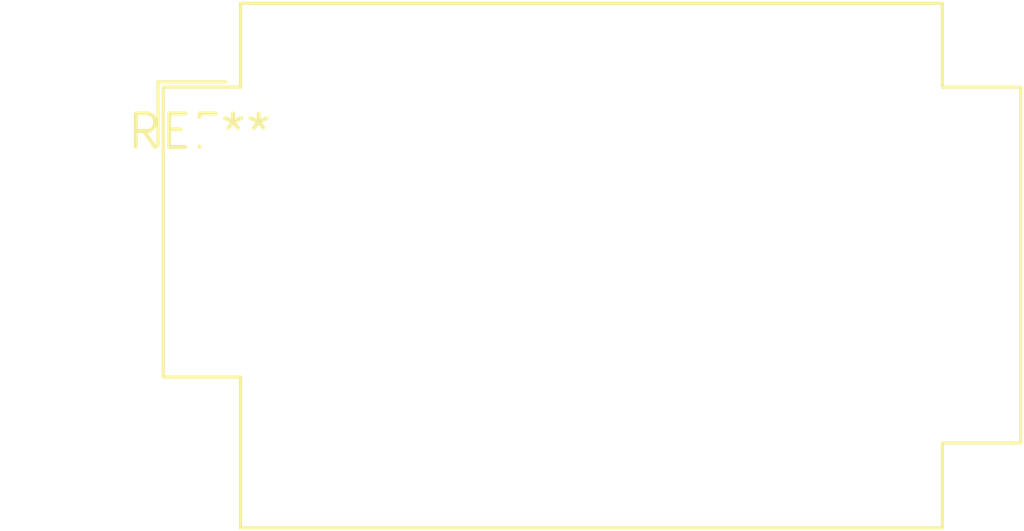
<source format=kicad_pcb>
(kicad_pcb (version 20240108) (generator pcbnew)
  (layers (0 "F.Cu" signal) (31 "B.Cu" signal) (34 "B.Paste" user) (35 "F.Paste" user) (36 "B.SilkS" user "B.Silkscreen") (37 "F.SilkS" user "F.Silkscreen") (38 "B.Mask" user) (39 "F.Mask" user) (44 "Edge.Cuts" user))
  (net 0 "")
  (footprint "Senseair_S8_Up" (layer "F.Cu") (at 0 0)
    (property "Reference" "REF**")
    (property "Value" "Senseair_S8_Up")
    (fp_line (start -1.58 -1.89) (end 0.99 -1.89) (layer "F.SilkS") (stroke (width 0.12)))
    (fp_line (start -1.58 0.54) (end -1.58 -1.89) (layer "F.SilkS") (stroke (width 0.12)))
    (fp_line (start -1.38 9.31) (end -1.38 -1.69) (layer "F.SilkS") (stroke (width 0.12)))
    (fp_line (start 1.55 -4.87) (end 1.55 -1.69) (layer "F.SilkS") (stroke (width 0.12)))
    (fp_line (start 1.55 -4.87) (end 28.15 -4.87) (layer "F.SilkS") (stroke (width 0.12)))
    (fp_line (start 1.55 -1.69) (end -1.38 -1.69) (layer "F.SilkS") (stroke (width 0.12)))
    (fp_line (start 1.55 9.31) (end -1.38 9.31) (layer "F.SilkS") (stroke (width 0.12)))
    (fp_line (start 1.55 9.31) (end 1.55 15.03) (layer "F.SilkS") (stroke (width 0.12)))
    (fp_line (start 28.15 -1.69) (end 28.15 -4.87) (layer "F.SilkS") (stroke (width 0.12)))
    (fp_line (start 28.15 15.03) (end 1.55 15.03) (layer "F.SilkS") (stroke (width 0.12)))
    (fp_line (start 28.15 15.03) (end 28.15 11.81) (layer "F.SilkS") (stroke (width 0.12)))
    (fp_line (start 31.12 -1.69) (end 28.15 -1.69) (layer "F.SilkS") (stroke (width 0.12)))
    (fp_line (start 31.12 11.81) (end 28.15 11.81) (layer "F.SilkS") (stroke (width 0.12)))
    (fp_line (start 31.12 11.81) (end 31.12 -1.69) (layer "F.SilkS") (stroke (width 0.12)))
    (pad "1" thru_hole rect (at 0 0 180) (size 1.7 1.7) (drill 1) (layers *.Cu *.Mask) (remove_unused_layers))
    (pad "2" thru_hole circle (at 0 2.54 180) (size 1.7 1.7) (drill 1) (layers *.Cu *.Mask) (remove_unused_layers))
    (pad "3" thru_hole circle (at 0 5.08 180) (size 1.7 1.7) (drill 1) (layers *.Cu *.Mask) (remove_unused_layers))
    (pad "4" thru_hole circle (at 0 7.62 180) (size 1.7 1.7) (drill 1) (layers *.Cu *.Mask) (remove_unused_layers))
    (pad "5" thru_hole circle (at 29.7 10.16 180) (size 1.7 1.7) (drill 1) (layers *.Cu *.Mask) (remove_unused_layers))
    (pad "6" thru_hole circle (at 29.7 7.62 180) (size 1.7 1.7) (drill 1) (layers *.Cu *.Mask) (remove_unused_layers))
    (pad "7" thru_hole circle (at 29.7 5.08 180) (size 1.7 1.7) (drill 1) (layers *.Cu *.Mask) (remove_unused_layers))
    (pad "8" thru_hole circle (at 29.7 2.54 180) (size 1.7 1.7) (drill 1) (layers *.Cu *.Mask) (remove_unused_layers))
    (pad "9" thru_hole circle (at 29.7 0 180) (size 1.7 1.7) (drill 1) (layers *.Cu *.Mask) (remove_unused_layers))
  )
)
</source>
